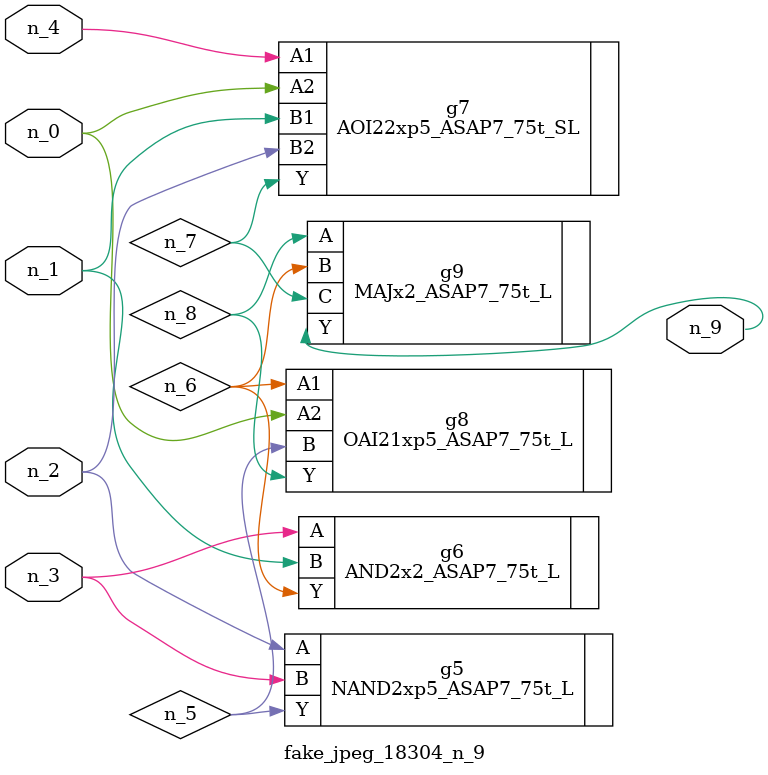
<source format=v>
module fake_jpeg_18304_n_9 (n_3, n_2, n_1, n_0, n_4, n_9);

input n_3;
input n_2;
input n_1;
input n_0;
input n_4;

output n_9;

wire n_8;
wire n_6;
wire n_5;
wire n_7;

NAND2xp5_ASAP7_75t_L g5 ( 
.A(n_2),
.B(n_3),
.Y(n_5)
);

AND2x2_ASAP7_75t_L g6 ( 
.A(n_3),
.B(n_1),
.Y(n_6)
);

AOI22xp5_ASAP7_75t_SL g7 ( 
.A1(n_4),
.A2(n_0),
.B1(n_1),
.B2(n_2),
.Y(n_7)
);

OAI21xp5_ASAP7_75t_L g8 ( 
.A1(n_6),
.A2(n_0),
.B(n_5),
.Y(n_8)
);

MAJx2_ASAP7_75t_L g9 ( 
.A(n_8),
.B(n_6),
.C(n_7),
.Y(n_9)
);


endmodule
</source>
